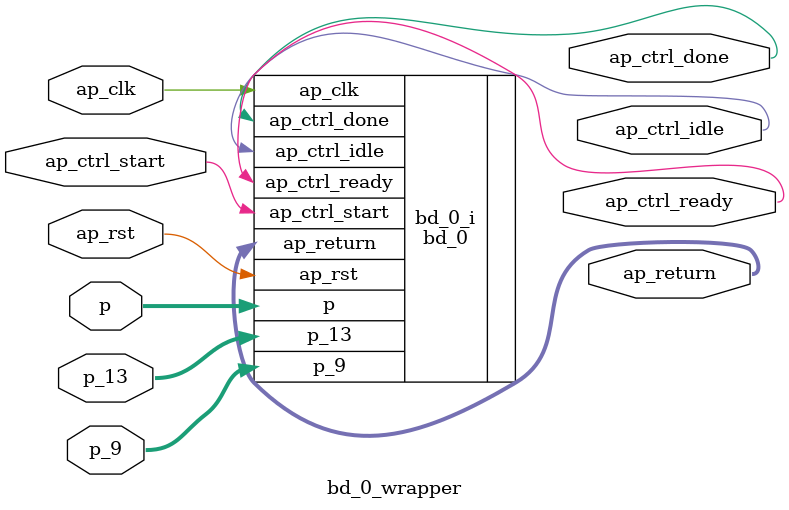
<source format=v>
`timescale 1 ps / 1 ps

module bd_0_wrapper
   (ap_clk,
    ap_ctrl_done,
    ap_ctrl_idle,
    ap_ctrl_ready,
    ap_ctrl_start,
    ap_return,
    ap_rst,
    p,
    p_13,
    p_9);
  input ap_clk;
  output ap_ctrl_done;
  output ap_ctrl_idle;
  output ap_ctrl_ready;
  input ap_ctrl_start;
  output [63:0]ap_return;
  input ap_rst;
  input [63:0]p;
  input [7:0]p_13;
  input [63:0]p_9;

  wire ap_clk;
  wire ap_ctrl_done;
  wire ap_ctrl_idle;
  wire ap_ctrl_ready;
  wire ap_ctrl_start;
  wire [63:0]ap_return;
  wire ap_rst;
  wire [63:0]p;
  wire [7:0]p_13;
  wire [63:0]p_9;

  bd_0 bd_0_i
       (.ap_clk(ap_clk),
        .ap_ctrl_done(ap_ctrl_done),
        .ap_ctrl_idle(ap_ctrl_idle),
        .ap_ctrl_ready(ap_ctrl_ready),
        .ap_ctrl_start(ap_ctrl_start),
        .ap_return(ap_return),
        .ap_rst(ap_rst),
        .p(p),
        .p_13(p_13),
        .p_9(p_9));
endmodule

</source>
